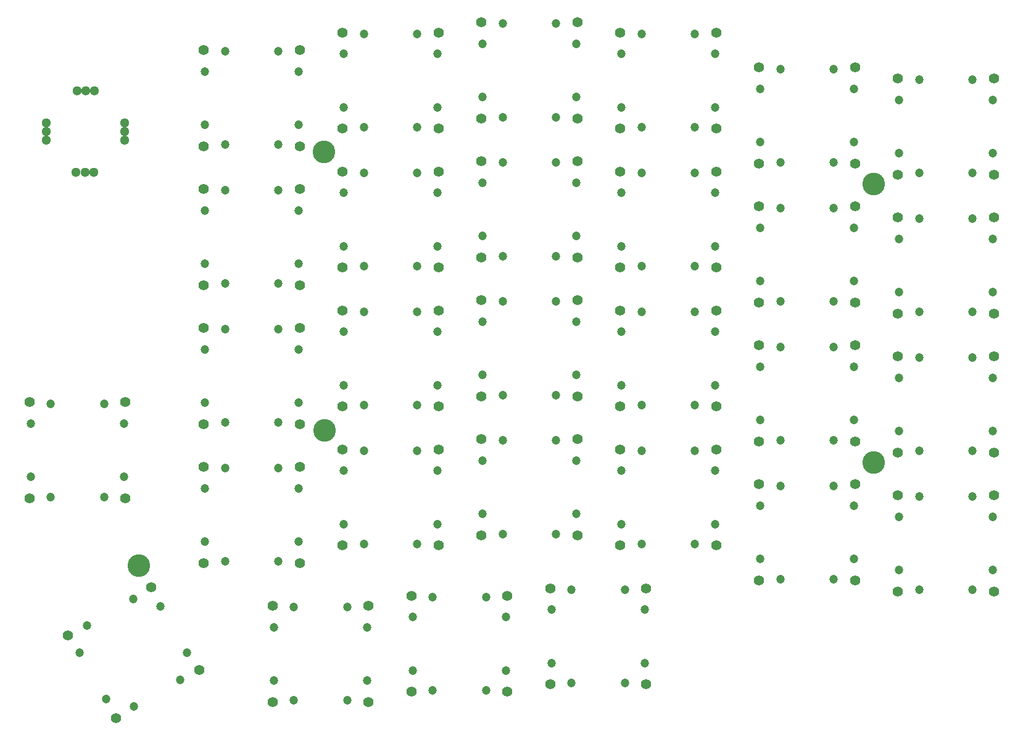
<source format=gbs>
G04 #@! TF.GenerationSoftware,KiCad,Pcbnew,(5.1.8)-1*
G04 #@! TF.CreationDate,2021-02-14T00:12:37+02:00*
G04 #@! TF.ProjectId,FR4_Top_Plate,4652345f-546f-4705-9f50-6c6174652e6b,0.95*
G04 #@! TF.SameCoordinates,Original*
G04 #@! TF.FileFunction,Soldermask,Bot*
G04 #@! TF.FilePolarity,Negative*
%FSLAX46Y46*%
G04 Gerber Fmt 4.6, Leading zero omitted, Abs format (unit mm)*
G04 Created by KiCad (PCBNEW (5.1.8)-1) date 2021-02-14 00:12:37*
%MOMM*%
%LPD*%
G01*
G04 APERTURE LIST*
%ADD10C,1.200000*%
%ADD11C,1.400000*%
%ADD12C,1.300000*%
%ADD13C,3.100000*%
G04 APERTURE END LIST*
D10*
X120800000Y-46342400D03*
X120800000Y-53657600D03*
X108000000Y-46342400D03*
X108000000Y-53657600D03*
X110742400Y-43600000D03*
X118057600Y-43600000D03*
D11*
X107821400Y-43421400D03*
X120978600Y-43421400D03*
X120978600Y-56578600D03*
X107821400Y-56578600D03*
D10*
X110742400Y-56400000D03*
X118057600Y-56400000D03*
D12*
X86167000Y-54594000D03*
X86167000Y-53394000D03*
X86167000Y-55794000D03*
X96967000Y-53394000D03*
X96967000Y-54594000D03*
X96967000Y-55794000D03*
X90437000Y-48994000D03*
X91637000Y-48994000D03*
X92837000Y-48994000D03*
X91497000Y-60194000D03*
X90297000Y-60194000D03*
X92697000Y-60194000D03*
D10*
X197000000Y-105892400D03*
X197000000Y-113207600D03*
X184200000Y-105892400D03*
X184200000Y-113207600D03*
X186942400Y-103150000D03*
X194257600Y-103150000D03*
D11*
X184021400Y-102971400D03*
X197178600Y-102971400D03*
X197178600Y-116128600D03*
X184021400Y-116128600D03*
D10*
X186942400Y-115950000D03*
X194257600Y-115950000D03*
X168350000Y-120142400D03*
X168350000Y-127457600D03*
X155550000Y-120142400D03*
X155550000Y-127457600D03*
X158292400Y-117400000D03*
X165607600Y-117400000D03*
D11*
X155371400Y-117221400D03*
X168528600Y-117221400D03*
X168528600Y-130378600D03*
X155371400Y-130378600D03*
D10*
X158292400Y-130200000D03*
X165607600Y-130200000D03*
X149297700Y-121170700D03*
X149297700Y-128485900D03*
X136497700Y-121170700D03*
X136497700Y-128485900D03*
X139240100Y-118428300D03*
X146555300Y-118428300D03*
D11*
X136319100Y-118249700D03*
X149476300Y-118249700D03*
X149476300Y-131406900D03*
X136319100Y-131406900D03*
D10*
X139240100Y-131228300D03*
X146555300Y-131228300D03*
X130250000Y-122542400D03*
X130250000Y-129857600D03*
X117450000Y-122542400D03*
X117450000Y-129857600D03*
X120192400Y-119800000D03*
X127507600Y-119800000D03*
D11*
X117271400Y-119621400D03*
X130428600Y-119621400D03*
X130428600Y-132778600D03*
X117271400Y-132778600D03*
D10*
X120192400Y-132600000D03*
X127507600Y-132600000D03*
X104538575Y-129761263D03*
X98203425Y-133418863D03*
X98138575Y-118676137D03*
X91803425Y-122333737D03*
X101884763Y-119679925D03*
X105542363Y-126015075D03*
D11*
X100578935Y-117060965D03*
X107157535Y-128455435D03*
X95763065Y-135034035D03*
X89184465Y-123639565D03*
D10*
X90799637Y-126079925D03*
X94457237Y-132415075D03*
X96874800Y-94627700D03*
X96874800Y-101942900D03*
X84074800Y-94627700D03*
X84074800Y-101942900D03*
X86817200Y-91885300D03*
X94132400Y-91885300D03*
D11*
X83896200Y-91706700D03*
X97053400Y-91706700D03*
X97053400Y-104863900D03*
X83896200Y-104863900D03*
D10*
X86817200Y-104685300D03*
X94132400Y-104685300D03*
X216050000Y-107392400D03*
X216050000Y-114707600D03*
X203250000Y-107392400D03*
X203250000Y-114707600D03*
X205992400Y-104650000D03*
X213307600Y-104650000D03*
D11*
X203071400Y-104471400D03*
X216228600Y-104471400D03*
X216228600Y-117628600D03*
X203071400Y-117628600D03*
D10*
X205992400Y-117450000D03*
X213307600Y-117450000D03*
X177950000Y-101092400D03*
X177950000Y-108407600D03*
X165150000Y-101092400D03*
X165150000Y-108407600D03*
X167892400Y-98350000D03*
X175207600Y-98350000D03*
D11*
X164971400Y-98171400D03*
X178128600Y-98171400D03*
X178128600Y-111328600D03*
X164971400Y-111328600D03*
D10*
X167892400Y-111150000D03*
X175207600Y-111150000D03*
X158900000Y-99702400D03*
X158900000Y-107017600D03*
X146100000Y-99702400D03*
X146100000Y-107017600D03*
X148842400Y-96960000D03*
X156157600Y-96960000D03*
D11*
X145921400Y-96781400D03*
X159078600Y-96781400D03*
X159078600Y-109938600D03*
X145921400Y-109938600D03*
D10*
X148842400Y-109760000D03*
X156157600Y-109760000D03*
X139850000Y-101092400D03*
X139850000Y-108407600D03*
X127050000Y-101092400D03*
X127050000Y-108407600D03*
X129792400Y-98350000D03*
X137107600Y-98350000D03*
D11*
X126871400Y-98171400D03*
X140028600Y-98171400D03*
X140028600Y-111328600D03*
X126871400Y-111328600D03*
D10*
X129792400Y-111150000D03*
X137107600Y-111150000D03*
X120800000Y-103492400D03*
X120800000Y-110807600D03*
X108000000Y-103492400D03*
X108000000Y-110807600D03*
X110742400Y-100750000D03*
X118057600Y-100750000D03*
D11*
X107821400Y-100571400D03*
X120978600Y-100571400D03*
X120978600Y-113728600D03*
X107821400Y-113728600D03*
D10*
X110742400Y-113550000D03*
X118057600Y-113550000D03*
X216050000Y-88342400D03*
X216050000Y-95657600D03*
X203250000Y-88342400D03*
X203250000Y-95657600D03*
X205992400Y-85600000D03*
X213307600Y-85600000D03*
D11*
X203071400Y-85421400D03*
X216228600Y-85421400D03*
X216228600Y-98578600D03*
X203071400Y-98578600D03*
D10*
X205992400Y-98400000D03*
X213307600Y-98400000D03*
X197000000Y-86842400D03*
X197000000Y-94157600D03*
X184200000Y-86842400D03*
X184200000Y-94157600D03*
X186942400Y-84100000D03*
X194257600Y-84100000D03*
D11*
X184021400Y-83921400D03*
X197178600Y-83921400D03*
X197178600Y-97078600D03*
X184021400Y-97078600D03*
D10*
X186942400Y-96900000D03*
X194257600Y-96900000D03*
X177950000Y-82042400D03*
X177950000Y-89357600D03*
X165150000Y-82042400D03*
X165150000Y-89357600D03*
X167892400Y-79300000D03*
X175207600Y-79300000D03*
D11*
X164971400Y-79121400D03*
X178128600Y-79121400D03*
X178128600Y-92278600D03*
X164971400Y-92278600D03*
D10*
X167892400Y-92100000D03*
X175207600Y-92100000D03*
X158900000Y-80652400D03*
X158900000Y-87967600D03*
X146100000Y-80652400D03*
X146100000Y-87967600D03*
X148842400Y-77910000D03*
X156157600Y-77910000D03*
D11*
X145921400Y-77731400D03*
X159078600Y-77731400D03*
X159078600Y-90888600D03*
X145921400Y-90888600D03*
D10*
X148842400Y-90710000D03*
X156157600Y-90710000D03*
X139850000Y-82042400D03*
X139850000Y-89357600D03*
X127050000Y-82042400D03*
X127050000Y-89357600D03*
X129792400Y-79300000D03*
X137107600Y-79300000D03*
D11*
X126871400Y-79121400D03*
X140028600Y-79121400D03*
X140028600Y-92278600D03*
X126871400Y-92278600D03*
D10*
X129792400Y-92100000D03*
X137107600Y-92100000D03*
X120800000Y-84442400D03*
X120800000Y-91757600D03*
X108000000Y-84442400D03*
X108000000Y-91757600D03*
X110742400Y-81700000D03*
X118057600Y-81700000D03*
D11*
X107821400Y-81521400D03*
X120978600Y-81521400D03*
X120978600Y-94678600D03*
X107821400Y-94678600D03*
D10*
X110742400Y-94500000D03*
X118057600Y-94500000D03*
X216050000Y-69292400D03*
X216050000Y-76607600D03*
X203250000Y-69292400D03*
X203250000Y-76607600D03*
X205992400Y-66550000D03*
X213307600Y-66550000D03*
D11*
X203071400Y-66371400D03*
X216228600Y-66371400D03*
X216228600Y-79528600D03*
X203071400Y-79528600D03*
D10*
X205992400Y-79350000D03*
X213307600Y-79350000D03*
X197000000Y-67792400D03*
X197000000Y-75107600D03*
X184200000Y-67792400D03*
X184200000Y-75107600D03*
X186942400Y-65050000D03*
X194257600Y-65050000D03*
D11*
X184021400Y-64871400D03*
X197178600Y-64871400D03*
X197178600Y-78028600D03*
X184021400Y-78028600D03*
D10*
X186942400Y-77850000D03*
X194257600Y-77850000D03*
X177950000Y-62992400D03*
X177950000Y-70307600D03*
X165150000Y-62992400D03*
X165150000Y-70307600D03*
X167892400Y-60250000D03*
X175207600Y-60250000D03*
D11*
X164971400Y-60071400D03*
X178128600Y-60071400D03*
X178128600Y-73228600D03*
X164971400Y-73228600D03*
D10*
X167892400Y-73050000D03*
X175207600Y-73050000D03*
X158900000Y-61602400D03*
X158900000Y-68917600D03*
X146100000Y-61602400D03*
X146100000Y-68917600D03*
X148842400Y-58860000D03*
X156157600Y-58860000D03*
D11*
X145921400Y-58681400D03*
X159078600Y-58681400D03*
X159078600Y-71838600D03*
X145921400Y-71838600D03*
D10*
X148842400Y-71660000D03*
X156157600Y-71660000D03*
X139850000Y-62992400D03*
X139850000Y-70307600D03*
X127050000Y-62992400D03*
X127050000Y-70307600D03*
X129792400Y-60250000D03*
X137107600Y-60250000D03*
D11*
X126871400Y-60071400D03*
X140028600Y-60071400D03*
X140028600Y-73228600D03*
X126871400Y-73228600D03*
D10*
X129792400Y-73050000D03*
X137107600Y-73050000D03*
X120800000Y-65392400D03*
X120800000Y-72707600D03*
X108000000Y-65392400D03*
X108000000Y-72707600D03*
X110742400Y-62650000D03*
X118057600Y-62650000D03*
D11*
X107821400Y-62471400D03*
X120978600Y-62471400D03*
X120978600Y-75628600D03*
X107821400Y-75628600D03*
D10*
X110742400Y-75450000D03*
X118057600Y-75450000D03*
X216050000Y-50242400D03*
X216050000Y-57557600D03*
X203250000Y-50242400D03*
X203250000Y-57557600D03*
X205992400Y-47500000D03*
X213307600Y-47500000D03*
D11*
X203071400Y-47321400D03*
X216228600Y-47321400D03*
X216228600Y-60478600D03*
X203071400Y-60478600D03*
D10*
X205992400Y-60300000D03*
X213307600Y-60300000D03*
X197000000Y-48742400D03*
X197000000Y-56057600D03*
X184200000Y-48742400D03*
X184200000Y-56057600D03*
X186942400Y-46000000D03*
X194257600Y-46000000D03*
D11*
X184021400Y-45821400D03*
X197178600Y-45821400D03*
X197178600Y-58978600D03*
X184021400Y-58978600D03*
D10*
X186942400Y-58800000D03*
X194257600Y-58800000D03*
X177950000Y-43942400D03*
X177950000Y-51257600D03*
X165150000Y-43942400D03*
X165150000Y-51257600D03*
X167892400Y-41200000D03*
X175207600Y-41200000D03*
D11*
X164971400Y-41021400D03*
X178128600Y-41021400D03*
X178128600Y-54178600D03*
X164971400Y-54178600D03*
D10*
X167892400Y-54000000D03*
X175207600Y-54000000D03*
X158900000Y-42552400D03*
X158900000Y-49867600D03*
X146100000Y-42552400D03*
X146100000Y-49867600D03*
X148842400Y-39810000D03*
X156157600Y-39810000D03*
D11*
X145921400Y-39631400D03*
X159078600Y-39631400D03*
X159078600Y-52788600D03*
X145921400Y-52788600D03*
D10*
X148842400Y-52610000D03*
X156157600Y-52610000D03*
X139850000Y-43942400D03*
X139850000Y-51257600D03*
X127050000Y-43942400D03*
X127050000Y-51257600D03*
X129792400Y-41200000D03*
X137107600Y-41200000D03*
D11*
X126871400Y-41021400D03*
X140028600Y-41021400D03*
X140028600Y-54178600D03*
X126871400Y-54178600D03*
D10*
X129792400Y-54000000D03*
X137107600Y-54000000D03*
D13*
X98894900Y-114109500D03*
X199700000Y-100000000D03*
X124396500Y-95567500D03*
X199700000Y-61800000D03*
X124325380Y-57409080D03*
M02*

</source>
